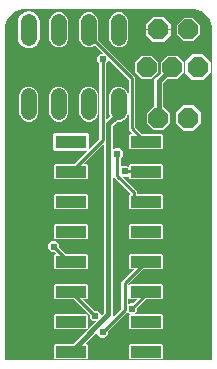
<source format=gbl>
G04 EAGLE Gerber RS-274X export*
G75*
%MOMM*%
%FSLAX34Y34*%
%LPD*%
%INBottom Copper*%
%IPPOS*%
%AMOC8*
5,1,8,0,0,1.08239X$1,22.5*%
G01*
%ADD10C,1.320800*%
%ADD11P,1.814519X8X202.500000*%
%ADD12P,1.814519X8X22.500000*%
%ADD13R,2.540000X0.990600*%
%ADD14C,0.254000*%
%ADD15C,0.609600*%
%ADD16C,0.406400*%

G36*
X167460Y104995D02*
X167460Y104995D01*
X167465Y104999D01*
X167464Y105000D01*
X167465Y105000D01*
X167465Y385000D01*
X167250Y387732D01*
X167249Y387732D01*
X167250Y387733D01*
X165562Y392928D01*
X165561Y392929D01*
X165561Y392930D01*
X162350Y397349D01*
X162349Y397349D01*
X162349Y397350D01*
X157930Y400561D01*
X157928Y400561D01*
X157928Y400562D01*
X152733Y402250D01*
X152732Y402249D01*
X152732Y402250D01*
X150000Y402465D01*
X10000Y402465D01*
X9999Y402465D01*
X9549Y402429D01*
X9486Y402424D01*
X8792Y402370D01*
X8729Y402365D01*
X8665Y402360D01*
X7971Y402305D01*
X7908Y402300D01*
X7845Y402295D01*
X7268Y402250D01*
X7268Y402249D01*
X7267Y402250D01*
X2072Y400562D01*
X2071Y400561D01*
X2070Y400561D01*
X-2349Y397350D01*
X-2349Y397349D01*
X-2350Y397349D01*
X-5561Y392930D01*
X-5561Y392928D01*
X-5562Y392928D01*
X-7250Y387733D01*
X-7249Y387733D01*
X-7250Y387732D01*
X-7249Y387732D01*
X-7250Y387732D01*
X-7253Y387693D01*
X-7254Y387683D01*
X-7267Y387519D01*
X-7279Y387355D01*
X-7280Y387355D01*
X-7279Y387355D01*
X-7280Y387345D01*
X-7293Y387181D01*
X-7294Y387171D01*
X-7307Y387007D01*
X-7320Y386843D01*
X-7321Y386833D01*
X-7333Y386669D01*
X-7334Y386659D01*
X-7347Y386495D01*
X-7360Y386331D01*
X-7361Y386321D01*
X-7374Y386157D01*
X-7375Y386147D01*
X-7387Y385983D01*
X-7400Y385819D01*
X-7401Y385809D01*
X-7414Y385646D01*
X-7414Y385645D01*
X-7415Y385636D01*
X-7428Y385472D01*
X-7441Y385308D01*
X-7441Y385298D01*
X-7454Y385134D01*
X-7455Y385124D01*
X-7465Y385001D01*
X-7465Y385000D01*
X-7465Y105000D01*
X-7460Y104995D01*
X167460Y104995D01*
G37*
%LPC*%
G36*
X34921Y105728D02*
X34921Y105728D01*
X34031Y106618D01*
X34031Y117782D01*
X34921Y118672D01*
X49898Y118672D01*
X49900Y118674D01*
X49902Y118674D01*
X69152Y137924D01*
X69152Y137926D01*
X69154Y137927D01*
X69152Y137929D01*
X69153Y137931D01*
X69150Y137931D01*
X69149Y137933D01*
X66858Y137933D01*
X64183Y140608D01*
X64183Y143121D01*
X64181Y143122D01*
X64181Y143124D01*
X50779Y156526D01*
X50777Y156527D01*
X50776Y156528D01*
X34921Y156528D01*
X34031Y157418D01*
X34031Y168582D01*
X34921Y169472D01*
X61579Y169472D01*
X62469Y168582D01*
X62469Y157418D01*
X61579Y156528D01*
X58679Y156528D01*
X58677Y156527D01*
X58676Y156527D01*
X58676Y156525D01*
X58674Y156523D01*
X58675Y156522D01*
X58675Y156519D01*
X68126Y147069D01*
X68128Y147068D01*
X68129Y147067D01*
X70642Y147067D01*
X73317Y144392D01*
X73317Y142101D01*
X73318Y142100D01*
X73318Y142098D01*
X73320Y142098D01*
X73322Y142096D01*
X73322Y142097D01*
X73324Y142098D01*
X73326Y142098D01*
X76447Y145219D01*
X76447Y145221D01*
X76448Y145221D01*
X76447Y145222D01*
X76448Y145222D01*
X76449Y145223D01*
X76449Y288742D01*
X76448Y288744D01*
X76448Y288745D01*
X76446Y288745D01*
X76444Y288747D01*
X76443Y288746D01*
X76440Y288746D01*
X76154Y288459D01*
X58775Y271081D01*
X58775Y271079D01*
X58774Y271078D01*
X58775Y271076D01*
X58775Y271074D01*
X58777Y271074D01*
X58779Y271072D01*
X61579Y271072D01*
X62469Y270182D01*
X62469Y259018D01*
X61579Y258128D01*
X34921Y258128D01*
X34031Y259018D01*
X34031Y270182D01*
X34921Y271072D01*
X50876Y271072D01*
X50877Y271074D01*
X50879Y271074D01*
X72209Y292404D01*
X72209Y292405D01*
X72210Y292406D01*
X72209Y292406D01*
X72210Y292406D01*
X72211Y292407D01*
X72211Y356328D01*
X72209Y356330D01*
X72209Y356332D01*
X70433Y358108D01*
X70433Y361892D01*
X73108Y364567D01*
X75226Y364567D01*
X75228Y364568D01*
X75229Y364568D01*
X75229Y364570D01*
X75231Y364572D01*
X75230Y364573D01*
X75230Y364576D01*
X68304Y371501D01*
X68298Y371502D01*
X68298Y371501D01*
X68297Y371501D01*
X68001Y371205D01*
X65016Y369969D01*
X61784Y369969D01*
X58799Y371205D01*
X56513Y373491D01*
X55277Y376476D01*
X55277Y392916D01*
X56513Y395901D01*
X58799Y398187D01*
X61784Y399423D01*
X65016Y399423D01*
X68001Y398187D01*
X70287Y395901D01*
X71523Y392916D01*
X71523Y376476D01*
X71435Y376264D01*
X71436Y376260D01*
X71436Y376258D01*
X102789Y344905D01*
X102789Y302407D01*
X102791Y302406D01*
X102791Y302404D01*
X108721Y296474D01*
X108723Y296473D01*
X108724Y296472D01*
X125079Y296472D01*
X125969Y295582D01*
X125969Y284418D01*
X125079Y283528D01*
X98421Y283528D01*
X97531Y284418D01*
X97531Y295582D01*
X98421Y296472D01*
X100821Y296472D01*
X100823Y296473D01*
X100824Y296473D01*
X100824Y296475D01*
X100826Y296477D01*
X100825Y296478D01*
X100825Y296481D01*
X98846Y298459D01*
X97211Y300095D01*
X97211Y342593D01*
X97209Y342594D01*
X97209Y342596D01*
X79576Y360230D01*
X79574Y360230D01*
X79573Y360231D01*
X79571Y360230D01*
X79569Y360230D01*
X79569Y360228D01*
X79567Y360226D01*
X79567Y358108D01*
X77791Y356332D01*
X77791Y356330D01*
X77790Y356330D01*
X77791Y356330D01*
X77790Y356329D01*
X77789Y356328D01*
X77789Y307823D01*
X77790Y307822D01*
X77790Y307820D01*
X77792Y307820D01*
X77794Y307818D01*
X77795Y307819D01*
X77796Y307820D01*
X77798Y307820D01*
X81490Y311512D01*
X81490Y311514D01*
X81492Y311515D01*
X81491Y311516D01*
X81491Y311518D01*
X80677Y313484D01*
X80677Y329924D01*
X81913Y332909D01*
X84199Y335195D01*
X87184Y336431D01*
X90416Y336431D01*
X93401Y335195D01*
X95687Y332909D01*
X96923Y329924D01*
X96923Y313484D01*
X95687Y310499D01*
X93401Y308213D01*
X90416Y306977D01*
X87184Y306977D01*
X87056Y307030D01*
X87055Y307029D01*
X87054Y307029D01*
X87053Y307029D01*
X87051Y307029D01*
X83553Y303531D01*
X83552Y303528D01*
X83551Y303527D01*
X83551Y282522D01*
X83552Y282521D01*
X83552Y282519D01*
X83554Y282519D01*
X83556Y282517D01*
X83557Y282518D01*
X83558Y282519D01*
X83560Y282519D01*
X85608Y284567D01*
X89392Y284567D01*
X92067Y281892D01*
X92067Y278108D01*
X90291Y276332D01*
X90290Y276329D01*
X90289Y276328D01*
X90289Y268010D01*
X90290Y268009D01*
X90290Y268007D01*
X90292Y268007D01*
X90294Y268005D01*
X90295Y268007D01*
X90298Y268007D01*
X91858Y269567D01*
X95642Y269567D01*
X97418Y267791D01*
X97421Y267790D01*
X97422Y267789D01*
X97526Y267789D01*
X97531Y267794D01*
X97530Y267794D01*
X97531Y267794D01*
X97531Y270182D01*
X98421Y271072D01*
X125079Y271072D01*
X125969Y270182D01*
X125969Y259018D01*
X125079Y258128D01*
X98421Y258128D01*
X97531Y259018D01*
X97531Y262206D01*
X97526Y262211D01*
X97526Y262210D01*
X97526Y262211D01*
X97422Y262211D01*
X97420Y262209D01*
X97418Y262209D01*
X95642Y260433D01*
X92274Y260433D01*
X92272Y260432D01*
X92271Y260432D01*
X92271Y260430D01*
X92269Y260428D01*
X92270Y260427D01*
X92270Y260424D01*
X104039Y248655D01*
X104039Y245677D01*
X104044Y245672D01*
X104044Y245673D01*
X104044Y245672D01*
X125079Y245672D01*
X125969Y244782D01*
X125969Y233618D01*
X125079Y232728D01*
X98421Y232728D01*
X97531Y233618D01*
X97531Y244782D01*
X98421Y245672D01*
X98456Y245672D01*
X98461Y245677D01*
X98460Y245677D01*
X98461Y245677D01*
X98461Y246343D01*
X98459Y246344D01*
X98459Y246346D01*
X84711Y260095D01*
X84711Y276328D01*
X84709Y276330D01*
X84709Y276332D01*
X83560Y277481D01*
X83558Y277481D01*
X83557Y277483D01*
X83555Y277482D01*
X83553Y277482D01*
X83553Y277479D01*
X83551Y277478D01*
X83551Y142279D01*
X81469Y140197D01*
X74598Y133326D01*
X74598Y133324D01*
X74596Y133323D01*
X74598Y133321D01*
X74597Y133319D01*
X74600Y133319D01*
X74601Y133317D01*
X75621Y133317D01*
X75622Y133319D01*
X75624Y133319D01*
X90959Y148654D01*
X90960Y148656D01*
X90961Y148657D01*
X90961Y171155D01*
X101725Y181919D01*
X101725Y181921D01*
X101726Y181922D01*
X101725Y181924D01*
X101725Y181926D01*
X101723Y181926D01*
X101721Y181928D01*
X98421Y181928D01*
X97531Y182818D01*
X97531Y193982D01*
X98421Y194872D01*
X125079Y194872D01*
X125969Y193982D01*
X125969Y182818D01*
X125079Y181928D01*
X109624Y181928D01*
X109623Y181926D01*
X109621Y181926D01*
X96541Y168846D01*
X96541Y168844D01*
X96540Y168844D01*
X96539Y168843D01*
X96539Y151760D01*
X96540Y151759D01*
X96540Y151757D01*
X96542Y151757D01*
X96544Y151755D01*
X96544Y151756D01*
X96545Y151756D01*
X96546Y151757D01*
X96548Y151757D01*
X98108Y153317D01*
X100621Y153317D01*
X100622Y153319D01*
X100624Y153319D01*
X103825Y156519D01*
X103825Y156521D01*
X103826Y156522D01*
X103825Y156524D01*
X103825Y156526D01*
X103823Y156526D01*
X103821Y156528D01*
X98421Y156528D01*
X97531Y157418D01*
X97531Y168582D01*
X98421Y169472D01*
X125079Y169472D01*
X125969Y168582D01*
X125969Y157418D01*
X125079Y156528D01*
X111724Y156528D01*
X111723Y156526D01*
X111721Y156526D01*
X104569Y149374D01*
X104569Y149372D01*
X104568Y149372D01*
X104568Y149371D01*
X104567Y149371D01*
X104567Y146858D01*
X101892Y144183D01*
X98108Y144183D01*
X96246Y146045D01*
X96240Y146045D01*
X96239Y146045D01*
X94904Y144709D01*
X79569Y129374D01*
X79569Y129373D01*
X79568Y129372D01*
X79569Y129372D01*
X79568Y129372D01*
X79567Y129371D01*
X79567Y126858D01*
X76892Y124183D01*
X73108Y124183D01*
X70433Y126858D01*
X70433Y129149D01*
X70432Y129150D01*
X70432Y129152D01*
X70430Y129152D01*
X70428Y129154D01*
X70428Y129153D01*
X70427Y129153D01*
X70426Y129152D01*
X70424Y129152D01*
X59953Y118681D01*
X59953Y118679D01*
X59951Y118678D01*
X59953Y118676D01*
X59952Y118674D01*
X59955Y118674D01*
X59956Y118672D01*
X61579Y118672D01*
X62469Y117782D01*
X62469Y106618D01*
X61579Y105728D01*
X34921Y105728D01*
G37*
%LPD*%
%LPC*%
G36*
X118199Y300099D02*
X118199Y300099D01*
X112399Y305899D01*
X112399Y314101D01*
X118199Y319901D01*
X118944Y319901D01*
X118949Y319906D01*
X118948Y319906D01*
X118949Y319906D01*
X118949Y342721D01*
X121031Y344803D01*
X124609Y348381D01*
X124609Y348383D01*
X124610Y348384D01*
X124609Y348384D01*
X124610Y348388D01*
X124609Y348388D01*
X124099Y348899D01*
X124099Y357101D01*
X129899Y362901D01*
X138101Y362901D01*
X143901Y357101D01*
X143901Y348899D01*
X138101Y343099D01*
X129899Y343099D01*
X129638Y343359D01*
X129632Y343360D01*
X129632Y343359D01*
X129631Y343359D01*
X126053Y339781D01*
X126052Y339778D01*
X126051Y339777D01*
X126051Y319906D01*
X126056Y319901D01*
X126056Y319902D01*
X126056Y319901D01*
X126401Y319901D01*
X132201Y314101D01*
X132201Y305899D01*
X126401Y300099D01*
X118199Y300099D01*
G37*
%LPD*%
%LPC*%
G36*
X34921Y181928D02*
X34921Y181928D01*
X34031Y182818D01*
X34031Y193982D01*
X34921Y194872D01*
X36171Y194872D01*
X36173Y194873D01*
X36174Y194873D01*
X36174Y194875D01*
X36176Y194877D01*
X36175Y194878D01*
X36175Y194881D01*
X34374Y196681D01*
X34372Y196682D01*
X34371Y196683D01*
X31858Y196683D01*
X29183Y199358D01*
X29183Y203142D01*
X31858Y205817D01*
X35642Y205817D01*
X38317Y203142D01*
X38317Y200629D01*
X38319Y200628D01*
X38319Y200626D01*
X44071Y194874D01*
X44073Y194873D01*
X44074Y194872D01*
X61579Y194872D01*
X62469Y193982D01*
X62469Y182818D01*
X61579Y181928D01*
X34921Y181928D01*
G37*
%LPD*%
%LPC*%
G36*
X10984Y306977D02*
X10984Y306977D01*
X7999Y308213D01*
X5713Y310499D01*
X4477Y313484D01*
X4477Y329924D01*
X5713Y332909D01*
X7999Y335195D01*
X10984Y336431D01*
X14216Y336431D01*
X17201Y335195D01*
X19487Y332909D01*
X20723Y329924D01*
X20723Y313484D01*
X19487Y310499D01*
X17201Y308213D01*
X14216Y306977D01*
X10984Y306977D01*
G37*
%LPD*%
%LPC*%
G36*
X36384Y369969D02*
X36384Y369969D01*
X33399Y371205D01*
X31113Y373491D01*
X29877Y376476D01*
X29877Y392916D01*
X31113Y395901D01*
X33399Y398187D01*
X36384Y399423D01*
X39616Y399423D01*
X42601Y398187D01*
X44887Y395901D01*
X46123Y392916D01*
X46123Y376476D01*
X44887Y373491D01*
X42601Y371205D01*
X39616Y369969D01*
X36384Y369969D01*
G37*
%LPD*%
%LPC*%
G36*
X87184Y369969D02*
X87184Y369969D01*
X84199Y371205D01*
X81913Y373491D01*
X80677Y376476D01*
X80677Y392916D01*
X81913Y395901D01*
X84199Y398187D01*
X87184Y399423D01*
X90416Y399423D01*
X93401Y398187D01*
X95687Y395901D01*
X96923Y392916D01*
X96923Y376476D01*
X95687Y373491D01*
X93401Y371205D01*
X90416Y369969D01*
X87184Y369969D01*
G37*
%LPD*%
%LPC*%
G36*
X36384Y306977D02*
X36384Y306977D01*
X33399Y308213D01*
X31113Y310499D01*
X29877Y313484D01*
X29877Y329924D01*
X31113Y332909D01*
X33399Y335195D01*
X36384Y336431D01*
X39616Y336431D01*
X42601Y335195D01*
X44887Y332909D01*
X46123Y329924D01*
X46123Y313484D01*
X44887Y310499D01*
X42601Y308213D01*
X39616Y306977D01*
X36384Y306977D01*
G37*
%LPD*%
%LPC*%
G36*
X61784Y306977D02*
X61784Y306977D01*
X58799Y308213D01*
X56513Y310499D01*
X55277Y313484D01*
X55277Y329924D01*
X56513Y332909D01*
X58799Y335195D01*
X61784Y336431D01*
X65016Y336431D01*
X68001Y335195D01*
X70287Y332909D01*
X71523Y329924D01*
X71523Y313484D01*
X70287Y310499D01*
X68001Y308213D01*
X65016Y306977D01*
X61784Y306977D01*
G37*
%LPD*%
%LPC*%
G36*
X34921Y207328D02*
X34921Y207328D01*
X34031Y208218D01*
X34031Y219382D01*
X34921Y220272D01*
X61579Y220272D01*
X62469Y219382D01*
X62469Y208218D01*
X61579Y207328D01*
X34921Y207328D01*
G37*
%LPD*%
%LPC*%
G36*
X98421Y131128D02*
X98421Y131128D01*
X97531Y132018D01*
X97531Y143182D01*
X98421Y144072D01*
X125079Y144072D01*
X125969Y143182D01*
X125969Y132018D01*
X125079Y131128D01*
X98421Y131128D01*
G37*
%LPD*%
%LPC*%
G36*
X34921Y131128D02*
X34921Y131128D01*
X34031Y132018D01*
X34031Y143182D01*
X34921Y144072D01*
X61579Y144072D01*
X62469Y143182D01*
X62469Y132018D01*
X61579Y131128D01*
X34921Y131128D01*
G37*
%LPD*%
%LPC*%
G36*
X98421Y105728D02*
X98421Y105728D01*
X97531Y106618D01*
X97531Y117782D01*
X98421Y118672D01*
X125079Y118672D01*
X125969Y117782D01*
X125969Y106618D01*
X125079Y105728D01*
X98421Y105728D01*
G37*
%LPD*%
%LPC*%
G36*
X34921Y232728D02*
X34921Y232728D01*
X34031Y233618D01*
X34031Y244782D01*
X34921Y245672D01*
X61579Y245672D01*
X62469Y244782D01*
X62469Y233618D01*
X61579Y232728D01*
X34921Y232728D01*
G37*
%LPD*%
%LPC*%
G36*
X98421Y207328D02*
X98421Y207328D01*
X97531Y208218D01*
X97531Y219382D01*
X98421Y220272D01*
X125079Y220272D01*
X125969Y219382D01*
X125969Y208218D01*
X125079Y207328D01*
X98421Y207328D01*
G37*
%LPD*%
%LPC*%
G36*
X143599Y375099D02*
X143599Y375099D01*
X137799Y380899D01*
X137799Y389101D01*
X143599Y394901D01*
X151801Y394901D01*
X157601Y389101D01*
X157601Y380899D01*
X151801Y375099D01*
X143599Y375099D01*
G37*
%LPD*%
%LPC*%
G36*
X108309Y343099D02*
X108309Y343099D01*
X102509Y348899D01*
X102509Y357101D01*
X108309Y362901D01*
X116511Y362901D01*
X122311Y357101D01*
X122311Y348899D01*
X116511Y343099D01*
X108309Y343099D01*
G37*
%LPD*%
%LPC*%
G36*
X12605Y391295D02*
X12605Y391295D01*
X21739Y391295D01*
X21739Y377192D01*
X21737Y377179D01*
X21734Y377164D01*
X21732Y377154D01*
X21729Y377139D01*
X21726Y377124D01*
X21724Y377114D01*
X21721Y377099D01*
X21718Y377084D01*
X21713Y377060D01*
X21713Y377059D01*
X21710Y377045D01*
X21705Y377020D01*
X21702Y377005D01*
X21697Y376980D01*
X21694Y376965D01*
X21689Y376940D01*
X21686Y376925D01*
X21683Y376910D01*
X21681Y376901D01*
X21681Y376900D01*
X21678Y376886D01*
X21675Y376871D01*
X21673Y376861D01*
X21670Y376846D01*
X21667Y376831D01*
X21665Y376821D01*
X21662Y376806D01*
X21660Y376791D01*
X21659Y376791D01*
X21660Y376791D01*
X21655Y376766D01*
X21652Y376751D01*
X21647Y376727D01*
X21644Y376712D01*
X21639Y376687D01*
X21636Y376672D01*
X21633Y376657D01*
X21631Y376647D01*
X21628Y376632D01*
X21625Y376617D01*
X21623Y376607D01*
X21620Y376592D01*
X21617Y376578D01*
X21615Y376568D01*
X21612Y376553D01*
X21609Y376538D01*
X21604Y376513D01*
X21601Y376498D01*
X21596Y376473D01*
X21593Y376458D01*
X21588Y376433D01*
X21585Y376419D01*
X21582Y376404D01*
X21580Y376394D01*
X21577Y376379D01*
X21575Y376364D01*
X21574Y376364D01*
X21575Y376364D01*
X21573Y376354D01*
X21570Y376339D01*
X21567Y376324D01*
X21565Y376314D01*
X21562Y376299D01*
X21559Y376284D01*
X21557Y376274D01*
X21554Y376260D01*
X21551Y376245D01*
X21546Y376220D01*
X21543Y376205D01*
X21538Y376180D01*
X21535Y376165D01*
X21530Y376140D01*
X21527Y376125D01*
X21524Y376111D01*
X21524Y376110D01*
X21522Y376101D01*
X21519Y376086D01*
X21516Y376071D01*
X21514Y376061D01*
X21511Y376046D01*
X21508Y376031D01*
X21506Y376021D01*
X21503Y376006D01*
X21500Y375991D01*
X21495Y375966D01*
X21492Y375952D01*
X21492Y375951D01*
X21488Y375927D01*
X21485Y375912D01*
X21480Y375887D01*
X21477Y375872D01*
X21474Y375857D01*
X21472Y375847D01*
X21469Y375832D01*
X21466Y375817D01*
X21464Y375807D01*
X21461Y375793D01*
X21461Y375792D01*
X21458Y375778D01*
X21456Y375768D01*
X21453Y375753D01*
X21450Y375738D01*
X21445Y375713D01*
X21442Y375698D01*
X21437Y375673D01*
X21434Y375658D01*
X21429Y375634D01*
X21429Y375633D01*
X21426Y375619D01*
X21421Y375594D01*
X21418Y375579D01*
X21415Y375564D01*
X21413Y375554D01*
X21410Y375539D01*
X21407Y375524D01*
X21406Y375514D01*
X21405Y375514D01*
X21403Y375499D01*
X21400Y375484D01*
X21398Y375475D01*
X21398Y375474D01*
X21395Y375460D01*
X21392Y375445D01*
X21388Y375426D01*
X20699Y373763D01*
X19699Y372266D01*
X18426Y370993D01*
X16929Y369993D01*
X15266Y369304D01*
X13500Y368953D01*
X12605Y368953D01*
X12605Y391295D01*
G37*
%LPD*%
%LPC*%
G36*
X11700Y368953D02*
X11700Y368953D01*
X9934Y369304D01*
X8271Y369993D01*
X6774Y370993D01*
X5501Y372266D01*
X4501Y373763D01*
X3812Y375426D01*
X3461Y377192D01*
X3461Y391295D01*
X12595Y391295D01*
X12595Y368953D01*
X11700Y368953D01*
G37*
%LPD*%
%LPC*%
G36*
X33015Y290005D02*
X33015Y290005D01*
X33015Y295457D01*
X33401Y296389D01*
X34114Y297102D01*
X35046Y297488D01*
X48245Y297488D01*
X48245Y290005D01*
X33015Y290005D01*
G37*
%LPD*%
%LPC*%
G36*
X48255Y290005D02*
X48255Y290005D01*
X48255Y297488D01*
X61454Y297488D01*
X62386Y297102D01*
X63099Y296389D01*
X63485Y295457D01*
X63485Y290005D01*
X48255Y290005D01*
G37*
%LPD*%
%LPC*%
G36*
X48255Y282512D02*
X48255Y282512D01*
X48255Y289995D01*
X63485Y289995D01*
X63485Y284543D01*
X63099Y283611D01*
X62386Y282898D01*
X61454Y282512D01*
X48255Y282512D01*
G37*
%LPD*%
%LPC*%
G36*
X35046Y282512D02*
X35046Y282512D01*
X34114Y282898D01*
X33401Y283611D01*
X33015Y284543D01*
X33015Y289995D01*
X48245Y289995D01*
X48245Y282512D01*
X35046Y282512D01*
G37*
%LPD*%
%LPC*%
G36*
X111383Y385005D02*
X111383Y385005D01*
X111383Y389522D01*
X117778Y395917D01*
X122295Y395917D01*
X122295Y385005D01*
X111383Y385005D01*
G37*
%LPD*%
%LPC*%
G36*
X144673Y353005D02*
X144673Y353005D01*
X144673Y357522D01*
X151068Y363917D01*
X155585Y363917D01*
X155585Y353005D01*
X144673Y353005D01*
G37*
%LPD*%
%LPC*%
G36*
X136783Y310005D02*
X136783Y310005D01*
X136783Y314522D01*
X143178Y320917D01*
X147695Y320917D01*
X147695Y310005D01*
X136783Y310005D01*
G37*
%LPD*%
%LPC*%
G36*
X122305Y385005D02*
X122305Y385005D01*
X122305Y395917D01*
X126822Y395917D01*
X133217Y389522D01*
X133217Y385005D01*
X122305Y385005D01*
G37*
%LPD*%
%LPC*%
G36*
X155595Y353005D02*
X155595Y353005D01*
X155595Y363917D01*
X160112Y363917D01*
X166507Y357522D01*
X166507Y353005D01*
X155595Y353005D01*
G37*
%LPD*%
%LPC*%
G36*
X147705Y310005D02*
X147705Y310005D01*
X147705Y320917D01*
X152222Y320917D01*
X158617Y314522D01*
X158617Y310005D01*
X147705Y310005D01*
G37*
%LPD*%
%LPC*%
G36*
X117778Y374083D02*
X117778Y374083D01*
X111383Y380478D01*
X111383Y384995D01*
X122295Y384995D01*
X122295Y374083D01*
X117778Y374083D01*
G37*
%LPD*%
%LPC*%
G36*
X143178Y299083D02*
X143178Y299083D01*
X136783Y305478D01*
X136783Y309995D01*
X147695Y309995D01*
X147695Y299083D01*
X143178Y299083D01*
G37*
%LPD*%
%LPC*%
G36*
X151068Y342083D02*
X151068Y342083D01*
X144673Y348478D01*
X144673Y352995D01*
X155585Y352995D01*
X155585Y342083D01*
X151068Y342083D01*
G37*
%LPD*%
%LPC*%
G36*
X122305Y374083D02*
X122305Y374083D01*
X122305Y384995D01*
X133217Y384995D01*
X133217Y380478D01*
X126822Y374083D01*
X122305Y374083D01*
G37*
%LPD*%
%LPC*%
G36*
X147705Y299083D02*
X147705Y299083D01*
X147705Y309995D01*
X158617Y309995D01*
X158617Y305478D01*
X152222Y299083D01*
X147705Y299083D01*
G37*
%LPD*%
%LPC*%
G36*
X155595Y342083D02*
X155595Y342083D01*
X155595Y352995D01*
X166507Y352995D01*
X166507Y348478D01*
X160112Y342083D01*
X155595Y342083D01*
G37*
%LPD*%
%LPC*%
G36*
X12605Y391305D02*
X12605Y391305D01*
X12605Y400439D01*
X13500Y400439D01*
X15266Y400088D01*
X16929Y399399D01*
X18426Y398399D01*
X19699Y397126D01*
X20699Y395629D01*
X21388Y393966D01*
X21739Y392200D01*
X21739Y391305D01*
X12605Y391305D01*
G37*
%LPD*%
%LPC*%
G36*
X3461Y391305D02*
X3461Y391305D01*
X3461Y392200D01*
X3461Y392203D01*
X3466Y392228D01*
X3469Y392243D01*
X3474Y392268D01*
X3477Y392282D01*
X3477Y392283D01*
X3480Y392297D01*
X3482Y392307D01*
X3485Y392322D01*
X3488Y392337D01*
X3490Y392347D01*
X3493Y392362D01*
X3496Y392377D01*
X3498Y392387D01*
X3501Y392402D01*
X3504Y392417D01*
X3509Y392441D01*
X3509Y392442D01*
X3512Y392456D01*
X3517Y392481D01*
X3520Y392496D01*
X3525Y392521D01*
X3528Y392536D01*
X3531Y392551D01*
X3533Y392561D01*
X3535Y392576D01*
X3536Y392576D01*
X3535Y392576D01*
X3538Y392591D01*
X3540Y392600D01*
X3540Y392601D01*
X3543Y392615D01*
X3546Y392630D01*
X3548Y392640D01*
X3551Y392655D01*
X3554Y392670D01*
X3559Y392695D01*
X3562Y392710D01*
X3567Y392735D01*
X3570Y392750D01*
X3575Y392774D01*
X3578Y392789D01*
X3581Y392804D01*
X3583Y392814D01*
X3586Y392829D01*
X3589Y392844D01*
X3591Y392854D01*
X3594Y392869D01*
X3597Y392884D01*
X3599Y392894D01*
X3602Y392909D01*
X3605Y392923D01*
X3605Y392924D01*
X3607Y392933D01*
X3610Y392948D01*
X3613Y392963D01*
X3618Y392988D01*
X3620Y393003D01*
X3621Y393003D01*
X3620Y393003D01*
X3625Y393028D01*
X3628Y393043D01*
X3633Y393068D01*
X3636Y393082D01*
X3636Y393083D01*
X3639Y393097D01*
X3641Y393107D01*
X3644Y393122D01*
X3647Y393137D01*
X3649Y393147D01*
X3652Y393162D01*
X3655Y393177D01*
X3657Y393187D01*
X3660Y393202D01*
X3663Y393217D01*
X3668Y393241D01*
X3668Y393242D01*
X3671Y393256D01*
X3676Y393281D01*
X3679Y393296D01*
X3684Y393321D01*
X3687Y393336D01*
X3690Y393351D01*
X3692Y393361D01*
X3695Y393376D01*
X3698Y393391D01*
X3700Y393400D01*
X3703Y393415D01*
X3705Y393430D01*
X3706Y393430D01*
X3705Y393430D01*
X3707Y393440D01*
X3710Y393455D01*
X3713Y393470D01*
X3718Y393495D01*
X3721Y393510D01*
X3726Y393535D01*
X3729Y393550D01*
X3734Y393574D01*
X3737Y393589D01*
X3742Y393614D01*
X3745Y393629D01*
X3748Y393644D01*
X3750Y393654D01*
X3753Y393669D01*
X3756Y393684D01*
X3758Y393694D01*
X3761Y393709D01*
X3764Y393723D01*
X3766Y393733D01*
X3769Y393748D01*
X3772Y393763D01*
X3777Y393788D01*
X3780Y393803D01*
X3785Y393828D01*
X3788Y393843D01*
X3792Y393868D01*
X3795Y393882D01*
X3798Y393897D01*
X3800Y393907D01*
X3803Y393922D01*
X3806Y393937D01*
X3808Y393947D01*
X3811Y393962D01*
X3812Y393966D01*
X4501Y395629D01*
X5501Y397126D01*
X6774Y398399D01*
X8271Y399399D01*
X9934Y400088D01*
X11700Y400439D01*
X12595Y400439D01*
X12595Y391305D01*
X3461Y391305D01*
G37*
%LPD*%
D10*
X88800Y391300D02*
X88800Y378092D01*
X63400Y378092D02*
X63400Y391300D01*
X38000Y391300D02*
X38000Y378092D01*
X12600Y378092D02*
X12600Y391300D01*
X12600Y328308D02*
X12600Y315100D01*
X38000Y315100D02*
X38000Y328308D01*
X63400Y328308D02*
X63400Y315100D01*
X88800Y315100D02*
X88800Y328308D01*
D11*
X155590Y353000D03*
X134000Y353000D03*
X112410Y353000D03*
X147700Y385000D03*
X122300Y385000D03*
D12*
X122300Y310000D03*
X147700Y310000D03*
D13*
X48250Y290000D03*
X111750Y290000D03*
X48250Y264600D03*
X111750Y264600D03*
X48250Y239200D03*
X111750Y239200D03*
X48250Y213800D03*
X111750Y213800D03*
X48250Y188400D03*
X111750Y188400D03*
X48250Y163000D03*
X111750Y163000D03*
X48250Y137600D03*
X111750Y137600D03*
X48250Y112200D03*
X111750Y112200D03*
D14*
X111250Y265000D02*
X93750Y265000D01*
X111250Y265000D02*
X111750Y264600D01*
D15*
X93750Y265000D03*
D14*
X101250Y240000D02*
X111250Y240000D01*
X101250Y240000D02*
X101250Y247500D01*
X87500Y261250D01*
X87500Y280000D01*
X111250Y240000D02*
X111750Y239200D01*
D15*
X87500Y280000D03*
D14*
X48250Y163000D02*
X68750Y142500D01*
D15*
X68750Y142500D03*
D14*
X48750Y265000D02*
X75000Y291250D01*
X75000Y360000D01*
X48750Y265000D02*
X48250Y264600D01*
D15*
X75000Y360000D03*
D14*
X93750Y147500D02*
X75000Y128750D01*
X93750Y147500D02*
X93750Y170000D01*
X111250Y187500D01*
X111750Y188400D01*
D15*
X75000Y128750D03*
D14*
X100000Y148750D02*
X111250Y160000D01*
X111250Y162500D01*
X111750Y163000D01*
D15*
X100000Y148750D03*
D16*
X80000Y143750D02*
X48750Y112500D01*
X80000Y143750D02*
X80000Y305000D01*
X88750Y313750D01*
X88750Y315000D01*
X48750Y112500D02*
X48250Y112200D01*
X88750Y315000D02*
X88800Y315100D01*
X122500Y341250D02*
X133750Y352500D01*
X122500Y341250D02*
X122500Y310000D01*
X133750Y352500D02*
X134000Y353000D01*
X122500Y310000D02*
X122300Y310000D01*
D14*
X111250Y290000D02*
X100000Y301250D01*
X100000Y343750D01*
X63750Y380000D01*
X63750Y391250D01*
X111250Y290000D02*
X111750Y290000D01*
X63750Y391250D02*
X63400Y391300D01*
X33750Y201250D02*
X47500Y187500D01*
X48250Y188400D01*
D15*
X33750Y201250D03*
M02*

</source>
